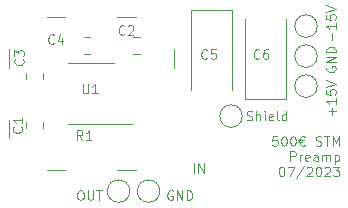
<source format=gbr>
G04 #@! TF.GenerationSoftware,KiCad,Pcbnew,7.0.5*
G04 #@! TF.CreationDate,2023-07-12T12:31:12+02:00*
G04 #@! TF.ProjectId,Tunnelling-Amp,54756e6e-656c-46c6-996e-672d416d702e,1.0*
G04 #@! TF.SameCoordinates,Original*
G04 #@! TF.FileFunction,Legend,Top*
G04 #@! TF.FilePolarity,Positive*
%FSLAX46Y46*%
G04 Gerber Fmt 4.6, Leading zero omitted, Abs format (unit mm)*
G04 Created by KiCad (PCBNEW 7.0.5) date 2023-07-12 12:31:12*
%MOMM*%
%LPD*%
G01*
G04 APERTURE LIST*
%ADD10C,0.120000*%
G04 APERTURE END LIST*
D10*
X123685950Y-122831518D02*
X123647855Y-122907708D01*
X123647855Y-122907708D02*
X123647855Y-123021994D01*
X123647855Y-123021994D02*
X123685950Y-123136280D01*
X123685950Y-123136280D02*
X123762140Y-123212470D01*
X123762140Y-123212470D02*
X123838331Y-123250565D01*
X123838331Y-123250565D02*
X123990712Y-123288661D01*
X123990712Y-123288661D02*
X124104998Y-123288661D01*
X124104998Y-123288661D02*
X124257379Y-123250565D01*
X124257379Y-123250565D02*
X124333569Y-123212470D01*
X124333569Y-123212470D02*
X124409760Y-123136280D01*
X124409760Y-123136280D02*
X124447855Y-123021994D01*
X124447855Y-123021994D02*
X124447855Y-122945803D01*
X124447855Y-122945803D02*
X124409760Y-122831518D01*
X124409760Y-122831518D02*
X124371664Y-122793422D01*
X124371664Y-122793422D02*
X124104998Y-122793422D01*
X124104998Y-122793422D02*
X124104998Y-122945803D01*
X124447855Y-122450565D02*
X123647855Y-122450565D01*
X123647855Y-122450565D02*
X124447855Y-121993422D01*
X124447855Y-121993422D02*
X123647855Y-121993422D01*
X124447855Y-121612470D02*
X123647855Y-121612470D01*
X123647855Y-121612470D02*
X123647855Y-121421994D01*
X123647855Y-121421994D02*
X123685950Y-121307708D01*
X123685950Y-121307708D02*
X123762140Y-121231518D01*
X123762140Y-121231518D02*
X123838331Y-121193423D01*
X123838331Y-121193423D02*
X123990712Y-121155327D01*
X123990712Y-121155327D02*
X124104998Y-121155327D01*
X124104998Y-121155327D02*
X124257379Y-121193423D01*
X124257379Y-121193423D02*
X124333569Y-121231518D01*
X124333569Y-121231518D02*
X124409760Y-121307708D01*
X124409760Y-121307708D02*
X124447855Y-121421994D01*
X124447855Y-121421994D02*
X124447855Y-121612470D01*
X124143093Y-120583470D02*
X124143093Y-119973947D01*
X124447855Y-119173947D02*
X124447855Y-119631090D01*
X124447855Y-119402518D02*
X123647855Y-119402518D01*
X123647855Y-119402518D02*
X123762140Y-119478709D01*
X123762140Y-119478709D02*
X123838331Y-119554899D01*
X123838331Y-119554899D02*
X123876426Y-119631090D01*
X123647855Y-118450137D02*
X123647855Y-118831089D01*
X123647855Y-118831089D02*
X124028807Y-118869185D01*
X124028807Y-118869185D02*
X123990712Y-118831089D01*
X123990712Y-118831089D02*
X123952617Y-118754899D01*
X123952617Y-118754899D02*
X123952617Y-118564423D01*
X123952617Y-118564423D02*
X123990712Y-118488232D01*
X123990712Y-118488232D02*
X124028807Y-118450137D01*
X124028807Y-118450137D02*
X124104998Y-118412042D01*
X124104998Y-118412042D02*
X124295474Y-118412042D01*
X124295474Y-118412042D02*
X124371664Y-118450137D01*
X124371664Y-118450137D02*
X124409760Y-118488232D01*
X124409760Y-118488232D02*
X124447855Y-118564423D01*
X124447855Y-118564423D02*
X124447855Y-118754899D01*
X124447855Y-118754899D02*
X124409760Y-118831089D01*
X124409760Y-118831089D02*
X124371664Y-118869185D01*
X123647855Y-118183470D02*
X124447855Y-117916803D01*
X124447855Y-117916803D02*
X123647855Y-117650137D01*
X119484527Y-128724855D02*
X119103575Y-128724855D01*
X119103575Y-128724855D02*
X119065479Y-129105807D01*
X119065479Y-129105807D02*
X119103575Y-129067712D01*
X119103575Y-129067712D02*
X119179765Y-129029617D01*
X119179765Y-129029617D02*
X119370241Y-129029617D01*
X119370241Y-129029617D02*
X119446432Y-129067712D01*
X119446432Y-129067712D02*
X119484527Y-129105807D01*
X119484527Y-129105807D02*
X119522622Y-129181998D01*
X119522622Y-129181998D02*
X119522622Y-129372474D01*
X119522622Y-129372474D02*
X119484527Y-129448664D01*
X119484527Y-129448664D02*
X119446432Y-129486760D01*
X119446432Y-129486760D02*
X119370241Y-129524855D01*
X119370241Y-129524855D02*
X119179765Y-129524855D01*
X119179765Y-129524855D02*
X119103575Y-129486760D01*
X119103575Y-129486760D02*
X119065479Y-129448664D01*
X120017861Y-128724855D02*
X120094051Y-128724855D01*
X120094051Y-128724855D02*
X120170242Y-128762950D01*
X120170242Y-128762950D02*
X120208337Y-128801045D01*
X120208337Y-128801045D02*
X120246432Y-128877236D01*
X120246432Y-128877236D02*
X120284527Y-129029617D01*
X120284527Y-129029617D02*
X120284527Y-129220093D01*
X120284527Y-129220093D02*
X120246432Y-129372474D01*
X120246432Y-129372474D02*
X120208337Y-129448664D01*
X120208337Y-129448664D02*
X120170242Y-129486760D01*
X120170242Y-129486760D02*
X120094051Y-129524855D01*
X120094051Y-129524855D02*
X120017861Y-129524855D01*
X120017861Y-129524855D02*
X119941670Y-129486760D01*
X119941670Y-129486760D02*
X119903575Y-129448664D01*
X119903575Y-129448664D02*
X119865480Y-129372474D01*
X119865480Y-129372474D02*
X119827384Y-129220093D01*
X119827384Y-129220093D02*
X119827384Y-129029617D01*
X119827384Y-129029617D02*
X119865480Y-128877236D01*
X119865480Y-128877236D02*
X119903575Y-128801045D01*
X119903575Y-128801045D02*
X119941670Y-128762950D01*
X119941670Y-128762950D02*
X120017861Y-128724855D01*
X120779766Y-128724855D02*
X120855956Y-128724855D01*
X120855956Y-128724855D02*
X120932147Y-128762950D01*
X120932147Y-128762950D02*
X120970242Y-128801045D01*
X120970242Y-128801045D02*
X121008337Y-128877236D01*
X121008337Y-128877236D02*
X121046432Y-129029617D01*
X121046432Y-129029617D02*
X121046432Y-129220093D01*
X121046432Y-129220093D02*
X121008337Y-129372474D01*
X121008337Y-129372474D02*
X120970242Y-129448664D01*
X120970242Y-129448664D02*
X120932147Y-129486760D01*
X120932147Y-129486760D02*
X120855956Y-129524855D01*
X120855956Y-129524855D02*
X120779766Y-129524855D01*
X120779766Y-129524855D02*
X120703575Y-129486760D01*
X120703575Y-129486760D02*
X120665480Y-129448664D01*
X120665480Y-129448664D02*
X120627385Y-129372474D01*
X120627385Y-129372474D02*
X120589289Y-129220093D01*
X120589289Y-129220093D02*
X120589289Y-129029617D01*
X120589289Y-129029617D02*
X120627385Y-128877236D01*
X120627385Y-128877236D02*
X120665480Y-128801045D01*
X120665480Y-128801045D02*
X120703575Y-128762950D01*
X120703575Y-128762950D02*
X120779766Y-128724855D01*
X121275004Y-129220093D02*
X121617861Y-129220093D01*
X121275004Y-129029617D02*
X121732147Y-129029617D01*
X121846433Y-129448664D02*
X121808337Y-129486760D01*
X121808337Y-129486760D02*
X121694052Y-129524855D01*
X121694052Y-129524855D02*
X121617861Y-129524855D01*
X121617861Y-129524855D02*
X121503575Y-129486760D01*
X121503575Y-129486760D02*
X121427385Y-129410569D01*
X121427385Y-129410569D02*
X121389290Y-129334379D01*
X121389290Y-129334379D02*
X121351194Y-129181998D01*
X121351194Y-129181998D02*
X121351194Y-129067712D01*
X121351194Y-129067712D02*
X121389290Y-128915331D01*
X121389290Y-128915331D02*
X121427385Y-128839140D01*
X121427385Y-128839140D02*
X121503575Y-128762950D01*
X121503575Y-128762950D02*
X121617861Y-128724855D01*
X121617861Y-128724855D02*
X121694052Y-128724855D01*
X121694052Y-128724855D02*
X121808337Y-128762950D01*
X121808337Y-128762950D02*
X121846433Y-128801045D01*
X122760718Y-129486760D02*
X122875004Y-129524855D01*
X122875004Y-129524855D02*
X123065480Y-129524855D01*
X123065480Y-129524855D02*
X123141671Y-129486760D01*
X123141671Y-129486760D02*
X123179766Y-129448664D01*
X123179766Y-129448664D02*
X123217861Y-129372474D01*
X123217861Y-129372474D02*
X123217861Y-129296283D01*
X123217861Y-129296283D02*
X123179766Y-129220093D01*
X123179766Y-129220093D02*
X123141671Y-129181998D01*
X123141671Y-129181998D02*
X123065480Y-129143902D01*
X123065480Y-129143902D02*
X122913099Y-129105807D01*
X122913099Y-129105807D02*
X122836909Y-129067712D01*
X122836909Y-129067712D02*
X122798814Y-129029617D01*
X122798814Y-129029617D02*
X122760718Y-128953426D01*
X122760718Y-128953426D02*
X122760718Y-128877236D01*
X122760718Y-128877236D02*
X122798814Y-128801045D01*
X122798814Y-128801045D02*
X122836909Y-128762950D01*
X122836909Y-128762950D02*
X122913099Y-128724855D01*
X122913099Y-128724855D02*
X123103576Y-128724855D01*
X123103576Y-128724855D02*
X123217861Y-128762950D01*
X123446433Y-128724855D02*
X123903576Y-128724855D01*
X123675004Y-129524855D02*
X123675004Y-128724855D01*
X124170243Y-129524855D02*
X124170243Y-128724855D01*
X124170243Y-128724855D02*
X124436909Y-129296283D01*
X124436909Y-129296283D02*
X124703576Y-128724855D01*
X124703576Y-128724855D02*
X124703576Y-129524855D01*
X120589290Y-130812855D02*
X120589290Y-130012855D01*
X120589290Y-130012855D02*
X120894052Y-130012855D01*
X120894052Y-130012855D02*
X120970242Y-130050950D01*
X120970242Y-130050950D02*
X121008337Y-130089045D01*
X121008337Y-130089045D02*
X121046433Y-130165236D01*
X121046433Y-130165236D02*
X121046433Y-130279521D01*
X121046433Y-130279521D02*
X121008337Y-130355712D01*
X121008337Y-130355712D02*
X120970242Y-130393807D01*
X120970242Y-130393807D02*
X120894052Y-130431902D01*
X120894052Y-130431902D02*
X120589290Y-130431902D01*
X121389290Y-130812855D02*
X121389290Y-130279521D01*
X121389290Y-130431902D02*
X121427385Y-130355712D01*
X121427385Y-130355712D02*
X121465480Y-130317617D01*
X121465480Y-130317617D02*
X121541671Y-130279521D01*
X121541671Y-130279521D02*
X121617861Y-130279521D01*
X122189290Y-130774760D02*
X122113099Y-130812855D01*
X122113099Y-130812855D02*
X121960718Y-130812855D01*
X121960718Y-130812855D02*
X121884528Y-130774760D01*
X121884528Y-130774760D02*
X121846432Y-130698569D01*
X121846432Y-130698569D02*
X121846432Y-130393807D01*
X121846432Y-130393807D02*
X121884528Y-130317617D01*
X121884528Y-130317617D02*
X121960718Y-130279521D01*
X121960718Y-130279521D02*
X122113099Y-130279521D01*
X122113099Y-130279521D02*
X122189290Y-130317617D01*
X122189290Y-130317617D02*
X122227385Y-130393807D01*
X122227385Y-130393807D02*
X122227385Y-130469998D01*
X122227385Y-130469998D02*
X121846432Y-130546188D01*
X122913099Y-130812855D02*
X122913099Y-130393807D01*
X122913099Y-130393807D02*
X122875004Y-130317617D01*
X122875004Y-130317617D02*
X122798813Y-130279521D01*
X122798813Y-130279521D02*
X122646432Y-130279521D01*
X122646432Y-130279521D02*
X122570242Y-130317617D01*
X122913099Y-130774760D02*
X122836908Y-130812855D01*
X122836908Y-130812855D02*
X122646432Y-130812855D01*
X122646432Y-130812855D02*
X122570242Y-130774760D01*
X122570242Y-130774760D02*
X122532146Y-130698569D01*
X122532146Y-130698569D02*
X122532146Y-130622379D01*
X122532146Y-130622379D02*
X122570242Y-130546188D01*
X122570242Y-130546188D02*
X122646432Y-130508093D01*
X122646432Y-130508093D02*
X122836908Y-130508093D01*
X122836908Y-130508093D02*
X122913099Y-130469998D01*
X123294052Y-130812855D02*
X123294052Y-130279521D01*
X123294052Y-130355712D02*
X123332147Y-130317617D01*
X123332147Y-130317617D02*
X123408337Y-130279521D01*
X123408337Y-130279521D02*
X123522623Y-130279521D01*
X123522623Y-130279521D02*
X123598814Y-130317617D01*
X123598814Y-130317617D02*
X123636909Y-130393807D01*
X123636909Y-130393807D02*
X123636909Y-130812855D01*
X123636909Y-130393807D02*
X123675004Y-130317617D01*
X123675004Y-130317617D02*
X123751195Y-130279521D01*
X123751195Y-130279521D02*
X123865480Y-130279521D01*
X123865480Y-130279521D02*
X123941671Y-130317617D01*
X123941671Y-130317617D02*
X123979766Y-130393807D01*
X123979766Y-130393807D02*
X123979766Y-130812855D01*
X124360719Y-130279521D02*
X124360719Y-131079521D01*
X124360719Y-130317617D02*
X124436909Y-130279521D01*
X124436909Y-130279521D02*
X124589290Y-130279521D01*
X124589290Y-130279521D02*
X124665481Y-130317617D01*
X124665481Y-130317617D02*
X124703576Y-130355712D01*
X124703576Y-130355712D02*
X124741671Y-130431902D01*
X124741671Y-130431902D02*
X124741671Y-130660474D01*
X124741671Y-130660474D02*
X124703576Y-130736664D01*
X124703576Y-130736664D02*
X124665481Y-130774760D01*
X124665481Y-130774760D02*
X124589290Y-130812855D01*
X124589290Y-130812855D02*
X124436909Y-130812855D01*
X124436909Y-130812855D02*
X124360719Y-130774760D01*
X119827385Y-131300855D02*
X119903575Y-131300855D01*
X119903575Y-131300855D02*
X119979766Y-131338950D01*
X119979766Y-131338950D02*
X120017861Y-131377045D01*
X120017861Y-131377045D02*
X120055956Y-131453236D01*
X120055956Y-131453236D02*
X120094051Y-131605617D01*
X120094051Y-131605617D02*
X120094051Y-131796093D01*
X120094051Y-131796093D02*
X120055956Y-131948474D01*
X120055956Y-131948474D02*
X120017861Y-132024664D01*
X120017861Y-132024664D02*
X119979766Y-132062760D01*
X119979766Y-132062760D02*
X119903575Y-132100855D01*
X119903575Y-132100855D02*
X119827385Y-132100855D01*
X119827385Y-132100855D02*
X119751194Y-132062760D01*
X119751194Y-132062760D02*
X119713099Y-132024664D01*
X119713099Y-132024664D02*
X119675004Y-131948474D01*
X119675004Y-131948474D02*
X119636908Y-131796093D01*
X119636908Y-131796093D02*
X119636908Y-131605617D01*
X119636908Y-131605617D02*
X119675004Y-131453236D01*
X119675004Y-131453236D02*
X119713099Y-131377045D01*
X119713099Y-131377045D02*
X119751194Y-131338950D01*
X119751194Y-131338950D02*
X119827385Y-131300855D01*
X120360718Y-131300855D02*
X120894052Y-131300855D01*
X120894052Y-131300855D02*
X120551194Y-132100855D01*
X121770242Y-131262760D02*
X121084528Y-132291331D01*
X121998813Y-131377045D02*
X122036909Y-131338950D01*
X122036909Y-131338950D02*
X122113099Y-131300855D01*
X122113099Y-131300855D02*
X122303575Y-131300855D01*
X122303575Y-131300855D02*
X122379766Y-131338950D01*
X122379766Y-131338950D02*
X122417861Y-131377045D01*
X122417861Y-131377045D02*
X122455956Y-131453236D01*
X122455956Y-131453236D02*
X122455956Y-131529426D01*
X122455956Y-131529426D02*
X122417861Y-131643712D01*
X122417861Y-131643712D02*
X121960718Y-132100855D01*
X121960718Y-132100855D02*
X122455956Y-132100855D01*
X122951195Y-131300855D02*
X123027385Y-131300855D01*
X123027385Y-131300855D02*
X123103576Y-131338950D01*
X123103576Y-131338950D02*
X123141671Y-131377045D01*
X123141671Y-131377045D02*
X123179766Y-131453236D01*
X123179766Y-131453236D02*
X123217861Y-131605617D01*
X123217861Y-131605617D02*
X123217861Y-131796093D01*
X123217861Y-131796093D02*
X123179766Y-131948474D01*
X123179766Y-131948474D02*
X123141671Y-132024664D01*
X123141671Y-132024664D02*
X123103576Y-132062760D01*
X123103576Y-132062760D02*
X123027385Y-132100855D01*
X123027385Y-132100855D02*
X122951195Y-132100855D01*
X122951195Y-132100855D02*
X122875004Y-132062760D01*
X122875004Y-132062760D02*
X122836909Y-132024664D01*
X122836909Y-132024664D02*
X122798814Y-131948474D01*
X122798814Y-131948474D02*
X122760718Y-131796093D01*
X122760718Y-131796093D02*
X122760718Y-131605617D01*
X122760718Y-131605617D02*
X122798814Y-131453236D01*
X122798814Y-131453236D02*
X122836909Y-131377045D01*
X122836909Y-131377045D02*
X122875004Y-131338950D01*
X122875004Y-131338950D02*
X122951195Y-131300855D01*
X123522623Y-131377045D02*
X123560719Y-131338950D01*
X123560719Y-131338950D02*
X123636909Y-131300855D01*
X123636909Y-131300855D02*
X123827385Y-131300855D01*
X123827385Y-131300855D02*
X123903576Y-131338950D01*
X123903576Y-131338950D02*
X123941671Y-131377045D01*
X123941671Y-131377045D02*
X123979766Y-131453236D01*
X123979766Y-131453236D02*
X123979766Y-131529426D01*
X123979766Y-131529426D02*
X123941671Y-131643712D01*
X123941671Y-131643712D02*
X123484528Y-132100855D01*
X123484528Y-132100855D02*
X123979766Y-132100855D01*
X124246433Y-131300855D02*
X124741671Y-131300855D01*
X124741671Y-131300855D02*
X124475005Y-131605617D01*
X124475005Y-131605617D02*
X124589290Y-131605617D01*
X124589290Y-131605617D02*
X124665481Y-131643712D01*
X124665481Y-131643712D02*
X124703576Y-131681807D01*
X124703576Y-131681807D02*
X124741671Y-131757998D01*
X124741671Y-131757998D02*
X124741671Y-131948474D01*
X124741671Y-131948474D02*
X124703576Y-132024664D01*
X124703576Y-132024664D02*
X124665481Y-132062760D01*
X124665481Y-132062760D02*
X124589290Y-132100855D01*
X124589290Y-132100855D02*
X124360719Y-132100855D01*
X124360719Y-132100855D02*
X124284528Y-132062760D01*
X124284528Y-132062760D02*
X124246433Y-132024664D01*
X124143093Y-126933470D02*
X124143093Y-126323947D01*
X124447855Y-126628708D02*
X123838331Y-126628708D01*
X124447855Y-125523947D02*
X124447855Y-125981090D01*
X124447855Y-125752518D02*
X123647855Y-125752518D01*
X123647855Y-125752518D02*
X123762140Y-125828709D01*
X123762140Y-125828709D02*
X123838331Y-125904899D01*
X123838331Y-125904899D02*
X123876426Y-125981090D01*
X123647855Y-124800137D02*
X123647855Y-125181089D01*
X123647855Y-125181089D02*
X124028807Y-125219185D01*
X124028807Y-125219185D02*
X123990712Y-125181089D01*
X123990712Y-125181089D02*
X123952617Y-125104899D01*
X123952617Y-125104899D02*
X123952617Y-124914423D01*
X123952617Y-124914423D02*
X123990712Y-124838232D01*
X123990712Y-124838232D02*
X124028807Y-124800137D01*
X124028807Y-124800137D02*
X124104998Y-124762042D01*
X124104998Y-124762042D02*
X124295474Y-124762042D01*
X124295474Y-124762042D02*
X124371664Y-124800137D01*
X124371664Y-124800137D02*
X124409760Y-124838232D01*
X124409760Y-124838232D02*
X124447855Y-124914423D01*
X124447855Y-124914423D02*
X124447855Y-125104899D01*
X124447855Y-125104899D02*
X124409760Y-125181089D01*
X124409760Y-125181089D02*
X124371664Y-125219185D01*
X123647855Y-124533470D02*
X124447855Y-124266803D01*
X124447855Y-124266803D02*
X123647855Y-124000137D01*
X116906194Y-127345760D02*
X117020480Y-127383855D01*
X117020480Y-127383855D02*
X117210956Y-127383855D01*
X117210956Y-127383855D02*
X117287147Y-127345760D01*
X117287147Y-127345760D02*
X117325242Y-127307664D01*
X117325242Y-127307664D02*
X117363337Y-127231474D01*
X117363337Y-127231474D02*
X117363337Y-127155283D01*
X117363337Y-127155283D02*
X117325242Y-127079093D01*
X117325242Y-127079093D02*
X117287147Y-127040998D01*
X117287147Y-127040998D02*
X117210956Y-127002902D01*
X117210956Y-127002902D02*
X117058575Y-126964807D01*
X117058575Y-126964807D02*
X116982385Y-126926712D01*
X116982385Y-126926712D02*
X116944290Y-126888617D01*
X116944290Y-126888617D02*
X116906194Y-126812426D01*
X116906194Y-126812426D02*
X116906194Y-126736236D01*
X116906194Y-126736236D02*
X116944290Y-126660045D01*
X116944290Y-126660045D02*
X116982385Y-126621950D01*
X116982385Y-126621950D02*
X117058575Y-126583855D01*
X117058575Y-126583855D02*
X117249052Y-126583855D01*
X117249052Y-126583855D02*
X117363337Y-126621950D01*
X117706195Y-127383855D02*
X117706195Y-126583855D01*
X118049052Y-127383855D02*
X118049052Y-126964807D01*
X118049052Y-126964807D02*
X118010957Y-126888617D01*
X118010957Y-126888617D02*
X117934766Y-126850521D01*
X117934766Y-126850521D02*
X117820480Y-126850521D01*
X117820480Y-126850521D02*
X117744290Y-126888617D01*
X117744290Y-126888617D02*
X117706195Y-126926712D01*
X118430005Y-127383855D02*
X118430005Y-126850521D01*
X118430005Y-126583855D02*
X118391909Y-126621950D01*
X118391909Y-126621950D02*
X118430005Y-126660045D01*
X118430005Y-126660045D02*
X118468100Y-126621950D01*
X118468100Y-126621950D02*
X118430005Y-126583855D01*
X118430005Y-126583855D02*
X118430005Y-126660045D01*
X119115719Y-127345760D02*
X119039528Y-127383855D01*
X119039528Y-127383855D02*
X118887147Y-127383855D01*
X118887147Y-127383855D02*
X118810957Y-127345760D01*
X118810957Y-127345760D02*
X118772861Y-127269569D01*
X118772861Y-127269569D02*
X118772861Y-126964807D01*
X118772861Y-126964807D02*
X118810957Y-126888617D01*
X118810957Y-126888617D02*
X118887147Y-126850521D01*
X118887147Y-126850521D02*
X119039528Y-126850521D01*
X119039528Y-126850521D02*
X119115719Y-126888617D01*
X119115719Y-126888617D02*
X119153814Y-126964807D01*
X119153814Y-126964807D02*
X119153814Y-127040998D01*
X119153814Y-127040998D02*
X118772861Y-127117188D01*
X119610956Y-127383855D02*
X119534766Y-127345760D01*
X119534766Y-127345760D02*
X119496671Y-127269569D01*
X119496671Y-127269569D02*
X119496671Y-126583855D01*
X120258576Y-127383855D02*
X120258576Y-126583855D01*
X120258576Y-127345760D02*
X120182385Y-127383855D01*
X120182385Y-127383855D02*
X120030004Y-127383855D01*
X120030004Y-127383855D02*
X119953814Y-127345760D01*
X119953814Y-127345760D02*
X119915719Y-127307664D01*
X119915719Y-127307664D02*
X119877623Y-127231474D01*
X119877623Y-127231474D02*
X119877623Y-127002902D01*
X119877623Y-127002902D02*
X119915719Y-126926712D01*
X119915719Y-126926712D02*
X119953814Y-126888617D01*
X119953814Y-126888617D02*
X120030004Y-126850521D01*
X120030004Y-126850521D02*
X120182385Y-126850521D01*
X120182385Y-126850521D02*
X120258576Y-126888617D01*
X112435482Y-131828855D02*
X112435482Y-131028855D01*
X112816434Y-131828855D02*
X112816434Y-131028855D01*
X112816434Y-131028855D02*
X113273577Y-131828855D01*
X113273577Y-131828855D02*
X113273577Y-131028855D01*
X110619481Y-133352950D02*
X110543291Y-133314855D01*
X110543291Y-133314855D02*
X110429005Y-133314855D01*
X110429005Y-133314855D02*
X110314719Y-133352950D01*
X110314719Y-133352950D02*
X110238529Y-133429140D01*
X110238529Y-133429140D02*
X110200434Y-133505331D01*
X110200434Y-133505331D02*
X110162338Y-133657712D01*
X110162338Y-133657712D02*
X110162338Y-133771998D01*
X110162338Y-133771998D02*
X110200434Y-133924379D01*
X110200434Y-133924379D02*
X110238529Y-134000569D01*
X110238529Y-134000569D02*
X110314719Y-134076760D01*
X110314719Y-134076760D02*
X110429005Y-134114855D01*
X110429005Y-134114855D02*
X110505196Y-134114855D01*
X110505196Y-134114855D02*
X110619481Y-134076760D01*
X110619481Y-134076760D02*
X110657577Y-134038664D01*
X110657577Y-134038664D02*
X110657577Y-133771998D01*
X110657577Y-133771998D02*
X110505196Y-133771998D01*
X111000434Y-134114855D02*
X111000434Y-133314855D01*
X111000434Y-133314855D02*
X111457577Y-134114855D01*
X111457577Y-134114855D02*
X111457577Y-133314855D01*
X111838529Y-134114855D02*
X111838529Y-133314855D01*
X111838529Y-133314855D02*
X112029005Y-133314855D01*
X112029005Y-133314855D02*
X112143291Y-133352950D01*
X112143291Y-133352950D02*
X112219481Y-133429140D01*
X112219481Y-133429140D02*
X112257576Y-133505331D01*
X112257576Y-133505331D02*
X112295672Y-133657712D01*
X112295672Y-133657712D02*
X112295672Y-133771998D01*
X112295672Y-133771998D02*
X112257576Y-133924379D01*
X112257576Y-133924379D02*
X112219481Y-134000569D01*
X112219481Y-134000569D02*
X112143291Y-134076760D01*
X112143291Y-134076760D02*
X112029005Y-134114855D01*
X112029005Y-134114855D02*
X111838529Y-134114855D01*
X102758196Y-133314855D02*
X102910577Y-133314855D01*
X102910577Y-133314855D02*
X102986767Y-133352950D01*
X102986767Y-133352950D02*
X103062958Y-133429140D01*
X103062958Y-133429140D02*
X103101053Y-133581521D01*
X103101053Y-133581521D02*
X103101053Y-133848188D01*
X103101053Y-133848188D02*
X103062958Y-134000569D01*
X103062958Y-134000569D02*
X102986767Y-134076760D01*
X102986767Y-134076760D02*
X102910577Y-134114855D01*
X102910577Y-134114855D02*
X102758196Y-134114855D01*
X102758196Y-134114855D02*
X102682005Y-134076760D01*
X102682005Y-134076760D02*
X102605815Y-134000569D01*
X102605815Y-134000569D02*
X102567719Y-133848188D01*
X102567719Y-133848188D02*
X102567719Y-133581521D01*
X102567719Y-133581521D02*
X102605815Y-133429140D01*
X102605815Y-133429140D02*
X102682005Y-133352950D01*
X102682005Y-133352950D02*
X102758196Y-133314855D01*
X103443910Y-133314855D02*
X103443910Y-133962474D01*
X103443910Y-133962474D02*
X103482005Y-134038664D01*
X103482005Y-134038664D02*
X103520100Y-134076760D01*
X103520100Y-134076760D02*
X103596291Y-134114855D01*
X103596291Y-134114855D02*
X103748672Y-134114855D01*
X103748672Y-134114855D02*
X103824862Y-134076760D01*
X103824862Y-134076760D02*
X103862957Y-134038664D01*
X103862957Y-134038664D02*
X103901053Y-133962474D01*
X103901053Y-133962474D02*
X103901053Y-133314855D01*
X104167719Y-133314855D02*
X104624862Y-133314855D01*
X104396290Y-134114855D02*
X104396290Y-133314855D01*
X113536667Y-122100664D02*
X113498571Y-122138760D01*
X113498571Y-122138760D02*
X113384286Y-122176855D01*
X113384286Y-122176855D02*
X113308095Y-122176855D01*
X113308095Y-122176855D02*
X113193809Y-122138760D01*
X113193809Y-122138760D02*
X113117619Y-122062569D01*
X113117619Y-122062569D02*
X113079524Y-121986379D01*
X113079524Y-121986379D02*
X113041428Y-121833998D01*
X113041428Y-121833998D02*
X113041428Y-121719712D01*
X113041428Y-121719712D02*
X113079524Y-121567331D01*
X113079524Y-121567331D02*
X113117619Y-121491140D01*
X113117619Y-121491140D02*
X113193809Y-121414950D01*
X113193809Y-121414950D02*
X113308095Y-121376855D01*
X113308095Y-121376855D02*
X113384286Y-121376855D01*
X113384286Y-121376855D02*
X113498571Y-121414950D01*
X113498571Y-121414950D02*
X113536667Y-121453045D01*
X114260476Y-121376855D02*
X113879524Y-121376855D01*
X113879524Y-121376855D02*
X113841428Y-121757807D01*
X113841428Y-121757807D02*
X113879524Y-121719712D01*
X113879524Y-121719712D02*
X113955714Y-121681617D01*
X113955714Y-121681617D02*
X114146190Y-121681617D01*
X114146190Y-121681617D02*
X114222381Y-121719712D01*
X114222381Y-121719712D02*
X114260476Y-121757807D01*
X114260476Y-121757807D02*
X114298571Y-121833998D01*
X114298571Y-121833998D02*
X114298571Y-122024474D01*
X114298571Y-122024474D02*
X114260476Y-122100664D01*
X114260476Y-122100664D02*
X114222381Y-122138760D01*
X114222381Y-122138760D02*
X114146190Y-122176855D01*
X114146190Y-122176855D02*
X113955714Y-122176855D01*
X113955714Y-122176855D02*
X113879524Y-122138760D01*
X113879524Y-122138760D02*
X113841428Y-122100664D01*
X117981667Y-122100664D02*
X117943571Y-122138760D01*
X117943571Y-122138760D02*
X117829286Y-122176855D01*
X117829286Y-122176855D02*
X117753095Y-122176855D01*
X117753095Y-122176855D02*
X117638809Y-122138760D01*
X117638809Y-122138760D02*
X117562619Y-122062569D01*
X117562619Y-122062569D02*
X117524524Y-121986379D01*
X117524524Y-121986379D02*
X117486428Y-121833998D01*
X117486428Y-121833998D02*
X117486428Y-121719712D01*
X117486428Y-121719712D02*
X117524524Y-121567331D01*
X117524524Y-121567331D02*
X117562619Y-121491140D01*
X117562619Y-121491140D02*
X117638809Y-121414950D01*
X117638809Y-121414950D02*
X117753095Y-121376855D01*
X117753095Y-121376855D02*
X117829286Y-121376855D01*
X117829286Y-121376855D02*
X117943571Y-121414950D01*
X117943571Y-121414950D02*
X117981667Y-121453045D01*
X118667381Y-121376855D02*
X118515000Y-121376855D01*
X118515000Y-121376855D02*
X118438809Y-121414950D01*
X118438809Y-121414950D02*
X118400714Y-121453045D01*
X118400714Y-121453045D02*
X118324524Y-121567331D01*
X118324524Y-121567331D02*
X118286428Y-121719712D01*
X118286428Y-121719712D02*
X118286428Y-122024474D01*
X118286428Y-122024474D02*
X118324524Y-122100664D01*
X118324524Y-122100664D02*
X118362619Y-122138760D01*
X118362619Y-122138760D02*
X118438809Y-122176855D01*
X118438809Y-122176855D02*
X118591190Y-122176855D01*
X118591190Y-122176855D02*
X118667381Y-122138760D01*
X118667381Y-122138760D02*
X118705476Y-122100664D01*
X118705476Y-122100664D02*
X118743571Y-122024474D01*
X118743571Y-122024474D02*
X118743571Y-121833998D01*
X118743571Y-121833998D02*
X118705476Y-121757807D01*
X118705476Y-121757807D02*
X118667381Y-121719712D01*
X118667381Y-121719712D02*
X118591190Y-121681617D01*
X118591190Y-121681617D02*
X118438809Y-121681617D01*
X118438809Y-121681617D02*
X118362619Y-121719712D01*
X118362619Y-121719712D02*
X118324524Y-121757807D01*
X118324524Y-121757807D02*
X118286428Y-121833998D01*
X97955664Y-122200332D02*
X97993760Y-122238428D01*
X97993760Y-122238428D02*
X98031855Y-122352713D01*
X98031855Y-122352713D02*
X98031855Y-122428904D01*
X98031855Y-122428904D02*
X97993760Y-122543190D01*
X97993760Y-122543190D02*
X97917569Y-122619380D01*
X97917569Y-122619380D02*
X97841379Y-122657475D01*
X97841379Y-122657475D02*
X97688998Y-122695571D01*
X97688998Y-122695571D02*
X97574712Y-122695571D01*
X97574712Y-122695571D02*
X97422331Y-122657475D01*
X97422331Y-122657475D02*
X97346140Y-122619380D01*
X97346140Y-122619380D02*
X97269950Y-122543190D01*
X97269950Y-122543190D02*
X97231855Y-122428904D01*
X97231855Y-122428904D02*
X97231855Y-122352713D01*
X97231855Y-122352713D02*
X97269950Y-122238428D01*
X97269950Y-122238428D02*
X97308045Y-122200332D01*
X97231855Y-121933666D02*
X97231855Y-121438428D01*
X97231855Y-121438428D02*
X97536617Y-121705094D01*
X97536617Y-121705094D02*
X97536617Y-121590809D01*
X97536617Y-121590809D02*
X97574712Y-121514618D01*
X97574712Y-121514618D02*
X97612807Y-121476523D01*
X97612807Y-121476523D02*
X97688998Y-121438428D01*
X97688998Y-121438428D02*
X97879474Y-121438428D01*
X97879474Y-121438428D02*
X97955664Y-121476523D01*
X97955664Y-121476523D02*
X97993760Y-121514618D01*
X97993760Y-121514618D02*
X98031855Y-121590809D01*
X98031855Y-121590809D02*
X98031855Y-121819380D01*
X98031855Y-121819380D02*
X97993760Y-121895571D01*
X97993760Y-121895571D02*
X97955664Y-121933666D01*
X103027476Y-124297855D02*
X103027476Y-124945474D01*
X103027476Y-124945474D02*
X103065571Y-125021664D01*
X103065571Y-125021664D02*
X103103666Y-125059760D01*
X103103666Y-125059760D02*
X103179857Y-125097855D01*
X103179857Y-125097855D02*
X103332238Y-125097855D01*
X103332238Y-125097855D02*
X103408428Y-125059760D01*
X103408428Y-125059760D02*
X103446523Y-125021664D01*
X103446523Y-125021664D02*
X103484619Y-124945474D01*
X103484619Y-124945474D02*
X103484619Y-124297855D01*
X104284618Y-125097855D02*
X103827475Y-125097855D01*
X104056047Y-125097855D02*
X104056047Y-124297855D01*
X104056047Y-124297855D02*
X103979856Y-124412140D01*
X103979856Y-124412140D02*
X103903666Y-124488331D01*
X103903666Y-124488331D02*
X103827475Y-124526426D01*
X100582667Y-120830664D02*
X100544571Y-120868760D01*
X100544571Y-120868760D02*
X100430286Y-120906855D01*
X100430286Y-120906855D02*
X100354095Y-120906855D01*
X100354095Y-120906855D02*
X100239809Y-120868760D01*
X100239809Y-120868760D02*
X100163619Y-120792569D01*
X100163619Y-120792569D02*
X100125524Y-120716379D01*
X100125524Y-120716379D02*
X100087428Y-120563998D01*
X100087428Y-120563998D02*
X100087428Y-120449712D01*
X100087428Y-120449712D02*
X100125524Y-120297331D01*
X100125524Y-120297331D02*
X100163619Y-120221140D01*
X100163619Y-120221140D02*
X100239809Y-120144950D01*
X100239809Y-120144950D02*
X100354095Y-120106855D01*
X100354095Y-120106855D02*
X100430286Y-120106855D01*
X100430286Y-120106855D02*
X100544571Y-120144950D01*
X100544571Y-120144950D02*
X100582667Y-120183045D01*
X101268381Y-120373521D02*
X101268381Y-120906855D01*
X101077905Y-120068760D02*
X100887428Y-120640188D01*
X100887428Y-120640188D02*
X101382667Y-120640188D01*
X97828664Y-127915332D02*
X97866760Y-127953428D01*
X97866760Y-127953428D02*
X97904855Y-128067713D01*
X97904855Y-128067713D02*
X97904855Y-128143904D01*
X97904855Y-128143904D02*
X97866760Y-128258190D01*
X97866760Y-128258190D02*
X97790569Y-128334380D01*
X97790569Y-128334380D02*
X97714379Y-128372475D01*
X97714379Y-128372475D02*
X97561998Y-128410571D01*
X97561998Y-128410571D02*
X97447712Y-128410571D01*
X97447712Y-128410571D02*
X97295331Y-128372475D01*
X97295331Y-128372475D02*
X97219140Y-128334380D01*
X97219140Y-128334380D02*
X97142950Y-128258190D01*
X97142950Y-128258190D02*
X97104855Y-128143904D01*
X97104855Y-128143904D02*
X97104855Y-128067713D01*
X97104855Y-128067713D02*
X97142950Y-127953428D01*
X97142950Y-127953428D02*
X97181045Y-127915332D01*
X97904855Y-127153428D02*
X97904855Y-127610571D01*
X97904855Y-127381999D02*
X97104855Y-127381999D01*
X97104855Y-127381999D02*
X97219140Y-127458190D01*
X97219140Y-127458190D02*
X97295331Y-127534380D01*
X97295331Y-127534380D02*
X97333426Y-127610571D01*
X102995667Y-129034855D02*
X102729000Y-128653902D01*
X102538524Y-129034855D02*
X102538524Y-128234855D01*
X102538524Y-128234855D02*
X102843286Y-128234855D01*
X102843286Y-128234855D02*
X102919476Y-128272950D01*
X102919476Y-128272950D02*
X102957571Y-128311045D01*
X102957571Y-128311045D02*
X102995667Y-128387236D01*
X102995667Y-128387236D02*
X102995667Y-128501521D01*
X102995667Y-128501521D02*
X102957571Y-128577712D01*
X102957571Y-128577712D02*
X102919476Y-128615807D01*
X102919476Y-128615807D02*
X102843286Y-128653902D01*
X102843286Y-128653902D02*
X102538524Y-128653902D01*
X103757571Y-129034855D02*
X103300428Y-129034855D01*
X103529000Y-129034855D02*
X103529000Y-128234855D01*
X103529000Y-128234855D02*
X103452809Y-128349140D01*
X103452809Y-128349140D02*
X103376619Y-128425331D01*
X103376619Y-128425331D02*
X103300428Y-128463426D01*
X106551667Y-120068664D02*
X106513571Y-120106760D01*
X106513571Y-120106760D02*
X106399286Y-120144855D01*
X106399286Y-120144855D02*
X106323095Y-120144855D01*
X106323095Y-120144855D02*
X106208809Y-120106760D01*
X106208809Y-120106760D02*
X106132619Y-120030569D01*
X106132619Y-120030569D02*
X106094524Y-119954379D01*
X106094524Y-119954379D02*
X106056428Y-119801998D01*
X106056428Y-119801998D02*
X106056428Y-119687712D01*
X106056428Y-119687712D02*
X106094524Y-119535331D01*
X106094524Y-119535331D02*
X106132619Y-119459140D01*
X106132619Y-119459140D02*
X106208809Y-119382950D01*
X106208809Y-119382950D02*
X106323095Y-119344855D01*
X106323095Y-119344855D02*
X106399286Y-119344855D01*
X106399286Y-119344855D02*
X106513571Y-119382950D01*
X106513571Y-119382950D02*
X106551667Y-119421045D01*
X106856428Y-119421045D02*
X106894524Y-119382950D01*
X106894524Y-119382950D02*
X106970714Y-119344855D01*
X106970714Y-119344855D02*
X107161190Y-119344855D01*
X107161190Y-119344855D02*
X107237381Y-119382950D01*
X107237381Y-119382950D02*
X107275476Y-119421045D01*
X107275476Y-119421045D02*
X107313571Y-119497236D01*
X107313571Y-119497236D02*
X107313571Y-119573426D01*
X107313571Y-119573426D02*
X107275476Y-119687712D01*
X107275476Y-119687712D02*
X106818333Y-120144855D01*
X106818333Y-120144855D02*
X107313571Y-120144855D01*
X115634000Y-118053000D02*
X112214000Y-118053000D01*
X112214000Y-118053000D02*
X112214000Y-124813000D01*
X115634000Y-124813000D02*
X115634000Y-118053000D01*
X116786000Y-125573000D02*
X120206000Y-125573000D01*
X120206000Y-125573000D02*
X120206000Y-118813000D01*
X116786000Y-118813000D02*
X116786000Y-125573000D01*
X98195000Y-123852252D02*
X98195000Y-123329748D01*
X99665000Y-123852252D02*
X99665000Y-123329748D01*
X99956000Y-131615000D02*
X101556000Y-131615000D01*
X105956000Y-131615000D02*
X107556000Y-131615000D01*
X96776000Y-128915000D02*
X96776000Y-127315000D01*
X96776000Y-122915000D02*
X96776000Y-121315000D01*
X110736000Y-122915000D02*
X110736000Y-121315000D01*
X99956000Y-118615000D02*
X101556000Y-118615000D01*
X105956000Y-118615000D02*
X107556000Y-118615000D01*
X103756000Y-127675000D02*
X107206000Y-127675000D01*
X103756000Y-127675000D02*
X101806000Y-127675000D01*
X103756000Y-122555000D02*
X105706000Y-122555000D01*
X103756000Y-122555000D02*
X101806000Y-122555000D01*
X103121748Y-120316000D02*
X103644252Y-120316000D01*
X103121748Y-121786000D02*
X103644252Y-121786000D01*
X99665000Y-127520748D02*
X99665000Y-128043252D01*
X98195000Y-127520748D02*
X98195000Y-128043252D01*
X107827252Y-121786000D02*
X107304748Y-121786000D01*
X107827252Y-120316000D02*
X107304748Y-120316000D01*
X122875000Y-124480000D02*
G75*
G03*
X122875000Y-124480000I-950000J0D01*
G01*
X116525000Y-127020000D02*
G75*
G03*
X116525000Y-127020000I-950000J0D01*
G01*
X107000000Y-133370000D02*
G75*
G03*
X107000000Y-133370000I-950000J0D01*
G01*
X109540000Y-133370000D02*
G75*
G03*
X109540000Y-133370000I-950000J0D01*
G01*
X122875000Y-121940000D02*
G75*
G03*
X122875000Y-121940000I-950000J0D01*
G01*
X122875000Y-119400000D02*
G75*
G03*
X122875000Y-119400000I-950000J0D01*
G01*
M02*

</source>
